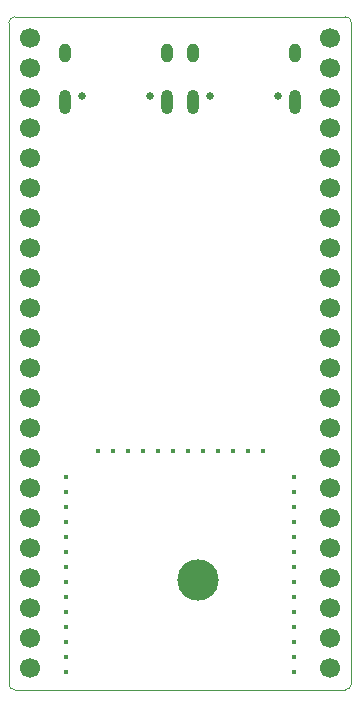
<source format=gbs>
G04 #@! TF.GenerationSoftware,KiCad,Pcbnew,8.0.8*
G04 #@! TF.CreationDate,2025-02-02T16:18:31-05:00*
G04 #@! TF.ProjectId,BCD-S3-DevKitC-1-N16R8V,4243442d-5333-42d4-9465-764b6974432d,1.0*
G04 #@! TF.SameCoordinates,Original*
G04 #@! TF.FileFunction,Soldermask,Bot*
G04 #@! TF.FilePolarity,Negative*
%FSLAX46Y46*%
G04 Gerber Fmt 4.6, Leading zero omitted, Abs format (unit mm)*
G04 Created by KiCad (PCBNEW 8.0.8) date 2025-02-02 16:18:31*
%MOMM*%
%LPD*%
G01*
G04 APERTURE LIST*
%ADD10C,0.650000*%
%ADD11O,1.000000X2.100000*%
%ADD12O,1.000000X1.600000*%
%ADD13C,0.450000*%
%ADD14C,3.500000*%
%ADD15C,1.700000*%
G04 #@! TA.AperFunction,Profile*
%ADD16C,0.050000*%
G04 #@! TD*
G04 APERTURE END LIST*
D10*
X153696666Y-64936800D03*
X147916666Y-64936800D03*
D11*
X155126666Y-65466800D03*
D12*
X155126666Y-61286800D03*
D11*
X146486666Y-65466800D03*
D12*
X146486666Y-61286800D03*
D13*
X155052000Y-113660000D03*
X155052000Y-112390000D03*
X155052000Y-111120000D03*
X155052000Y-109850000D03*
X155052000Y-108580000D03*
X155052000Y-107310000D03*
X155052000Y-106040000D03*
X155052000Y-104770000D03*
X155052000Y-103500000D03*
X155052000Y-102230000D03*
X155052000Y-100960000D03*
X155052000Y-99690000D03*
X155052000Y-98420000D03*
X155052000Y-97150000D03*
X152385000Y-94998000D03*
X151115000Y-94998000D03*
X149845000Y-94998000D03*
X148575000Y-94998000D03*
X147305000Y-94998000D03*
X146035000Y-94998000D03*
X144765000Y-94998000D03*
X143495000Y-94998000D03*
X142225000Y-94998000D03*
X140955000Y-94998000D03*
X139685000Y-94998000D03*
X138415000Y-94998000D03*
X135748000Y-97150000D03*
X135748000Y-98420000D03*
X135748000Y-99690000D03*
X135748000Y-100960000D03*
X135748000Y-102230000D03*
X135748000Y-103500000D03*
X135748000Y-104770000D03*
X135748000Y-106040000D03*
X135748000Y-107310000D03*
X135748000Y-108580000D03*
X135748000Y-109850000D03*
X135748000Y-111120000D03*
X135748000Y-112390000D03*
X135748000Y-113660000D03*
D14*
X146900000Y-105940000D03*
D10*
X142883333Y-64936800D03*
X137103333Y-64936800D03*
D11*
X144313333Y-65466800D03*
D12*
X144313333Y-61286800D03*
D11*
X135673333Y-65466800D03*
D12*
X135673333Y-61286800D03*
D15*
X132700000Y-113340000D03*
X132700000Y-110800000D03*
X132700000Y-108260000D03*
X132700000Y-105720000D03*
X132700000Y-103180000D03*
X132700000Y-100640000D03*
X132700000Y-98100000D03*
X132700000Y-95560000D03*
X132700000Y-93020000D03*
X132700000Y-90480000D03*
X132700000Y-87940000D03*
X132700000Y-85400000D03*
X132700000Y-82860000D03*
X132700000Y-80320000D03*
X132700000Y-77780000D03*
X132700000Y-75240000D03*
X132700000Y-72700000D03*
X132700000Y-70160000D03*
X132700000Y-67620000D03*
X132700000Y-65080000D03*
X132700000Y-62540000D03*
X132700000Y-60000000D03*
X158100000Y-113340000D03*
X158100000Y-110800000D03*
X158100000Y-108260000D03*
X158100000Y-105720000D03*
X158100000Y-103180000D03*
X158100000Y-100640000D03*
X158100000Y-98100000D03*
X158100000Y-95560000D03*
X158100000Y-93020000D03*
X158100000Y-90480000D03*
X158100000Y-87940000D03*
X158100000Y-85400000D03*
X158100000Y-82860000D03*
X158100000Y-80320000D03*
X158100000Y-77780000D03*
X158100000Y-75240000D03*
X158100000Y-72700000D03*
X158100000Y-70160000D03*
X158100000Y-67620000D03*
X158100000Y-65080000D03*
X158100000Y-62540000D03*
X158100000Y-60000000D03*
D16*
X130900000Y-58708000D02*
X130900000Y-114692000D01*
X159900000Y-114692000D02*
G75*
G02*
X159392000Y-115200000I-508000J0D01*
G01*
X159392000Y-58200000D02*
X131408000Y-58200000D01*
X159392000Y-115200000D02*
X131408000Y-115200000D01*
X159392000Y-58200000D02*
G75*
G02*
X159900000Y-58708000I0J-508000D01*
G01*
X130900000Y-58708000D02*
G75*
G02*
X131408000Y-58200000I508000J0D01*
G01*
X131408000Y-115200000D02*
G75*
G02*
X130900000Y-114692000I0J508000D01*
G01*
X159900000Y-114692000D02*
X159900000Y-58708000D01*
M02*

</source>
